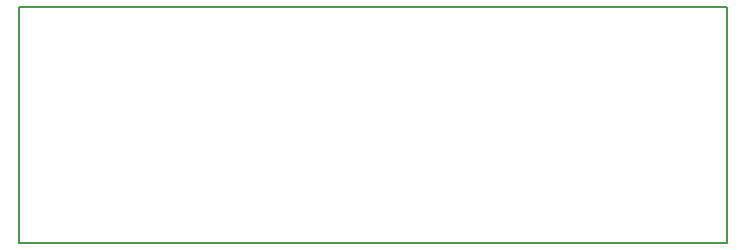
<source format=gbr>
G04 #@! TF.GenerationSoftware,KiCad,Pcbnew,(5.1.2)-2*
G04 #@! TF.CreationDate,2019-07-17T15:58:29+03:00*
G04 #@! TF.ProjectId,Sensor board,53656e73-6f72-4206-926f-6172642e6b69,rev?*
G04 #@! TF.SameCoordinates,Original*
G04 #@! TF.FileFunction,Other,User*
%FSLAX46Y46*%
G04 Gerber Fmt 4.6, Leading zero omitted, Abs format (unit mm)*
G04 Created by KiCad (PCBNEW (5.1.2)-2) date 2019-07-17 15:58:29*
%MOMM*%
%LPD*%
G04 APERTURE LIST*
%ADD10C,0.150000*%
G04 APERTURE END LIST*
D10*
X104000000Y-38500000D02*
X44000000Y-38500000D01*
X104000000Y-18500000D02*
X104000000Y-38500000D01*
X44000000Y-18500000D02*
X104000000Y-18500000D01*
X44000000Y-18500000D02*
X44000000Y-38500000D01*
M02*

</source>
